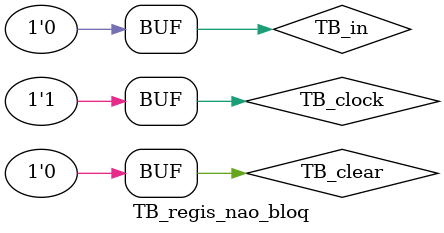
<source format=v>
/*
* CABEÇALHO *

Alunos:	Lucas Santos Rodrigues (20213001521)
			Marcela Caram (20213006528)
			Vinícius Ferreira (20213005208)

Projeto: TestBench Registrador Não Bloqueante
Data: 24/01/2022

Entradas: TB_in, TB_clear, TB_clock;
Saídas: TB_Q0,TB_Q1,TB_Q2,TB_Q3;
*/

module TB_regis_nao_bloq;
 
	reg TB_clear, TB_clock, TB_in;
	wire TB_Q3,TB_Q2,TB_Q1,TB_Q0;


// parameter stop_time = 1000;
// initial # stop_time ;

    registrador_nao_bloqueante dut(TB_in,TB_clear,TB_clock,TB_Q0,TB_Q1,TB_Q2,TB_Q3);
 
  initial
  begin
	TB_clear = 1'b0;		TB_clock = 1'b0;    	TB_in = 1'b0;	 #20
	TB_clear = 1'b1;		TB_clock = 1'b1;  	TB_in = 1'b0; 	 #20
	TB_clear = 1'b0;		TB_clock = 1'b0;  	TB_in = 1'b1; 	 #20
	TB_clear = 1'b0;		TB_clock = 1'b1;  	TB_in = 1'b1; 	 #20
	TB_clear = 1'b0;		TB_clock = 1'b0;  	TB_in = 1'b0; 	 #20
	TB_clear = 1'b0;		TB_clock = 1'b1;  	TB_in = 1'b0;	 #20
	TB_clear = 1'b0;		TB_clock = 1'b0; 		TB_in = 1'b0;	 #20
	TB_clear = 1'b0;		TB_clock = 1'b1;  	TB_in = 1'b0;	 #20
	TB_clear = 1'b0;		TB_clock = 1'b0; 	 	TB_in = 1'b0;	 #20
	TB_clear = 1'b0;		TB_clock = 1'b1; 		TB_in = 1'b0;	 #20
   TB_clear = 1'b0;		TB_clock = 1'b0; 	 	TB_in = 1'b0;	 #20
	TB_clear = 1'b0;		TB_clock = 1'b1; 		TB_in = 1'b0;	 #20
	TB_clear = 1'b0;		TB_clock = 1'b0; 	 	TB_in = 1'b0;	 #20
	TB_clear = 1'b0;		TB_clock = 1'b1; 		TB_in = 1'b0;	 #20;
  end
//always 
//begin
 // #35  TB_clock =  !TB_clock ; 
  
  //#10    TB_in = !   TB_in;
 
 // end
endmodule
</source>
